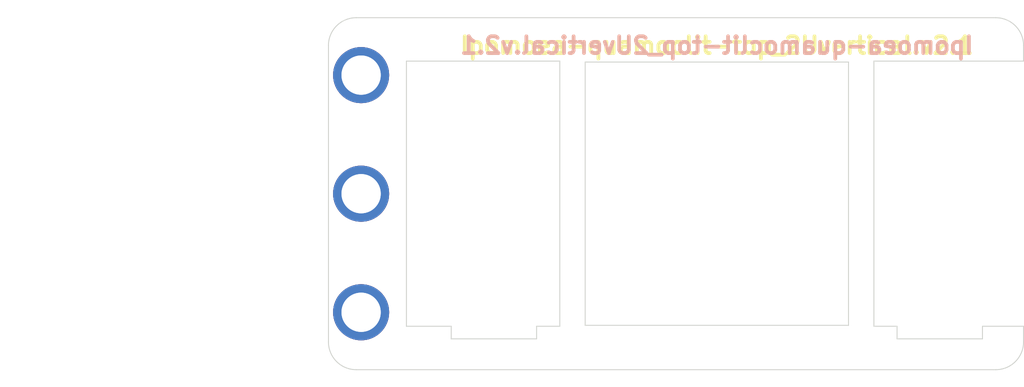
<source format=kicad_pcb>
(kicad_pcb (version 20171130) (host pcbnew "(5.1.6)-1")

  (general
    (thickness 1.6)
    (drawings 30)
    (tracks 0)
    (zones 0)
    (modules 6)
    (nets 1)
  )

  (page A4)
  (layers
    (0 F.Cu signal)
    (31 B.Cu signal)
    (32 B.Adhes user)
    (33 F.Adhes user)
    (34 B.Paste user)
    (35 F.Paste user)
    (36 B.SilkS user)
    (37 F.SilkS user)
    (38 B.Mask user)
    (39 F.Mask user)
    (40 Dwgs.User user)
    (41 Cmts.User user)
    (42 Eco1.User user)
    (43 Eco2.User user)
    (44 Edge.Cuts user)
    (45 Margin user)
    (46 B.CrtYd user)
    (47 F.CrtYd user)
    (48 B.Fab user)
    (49 F.Fab user)
  )

  (setup
    (last_trace_width 0.25)
    (trace_clearance 0.2)
    (zone_clearance 0.508)
    (zone_45_only no)
    (trace_min 0.2)
    (via_size 0.8)
    (via_drill 0.4)
    (via_min_size 0.4)
    (via_min_drill 0.3)
    (uvia_size 0.3)
    (uvia_drill 0.1)
    (uvias_allowed no)
    (uvia_min_size 0.2)
    (uvia_min_drill 0.1)
    (edge_width 0.05)
    (segment_width 0.2)
    (pcb_text_width 0.3)
    (pcb_text_size 1.5 1.5)
    (mod_edge_width 0.12)
    (mod_text_size 1 1)
    (mod_text_width 0.15)
    (pad_size 1.524 1.524)
    (pad_drill 0.762)
    (pad_to_mask_clearance 0.051)
    (solder_mask_min_width 0.25)
    (aux_axis_origin 0 0)
    (visible_elements 7FFFFFFF)
    (pcbplotparams
      (layerselection 0x010f0_ffffffff)
      (usegerberextensions true)
      (usegerberattributes false)
      (usegerberadvancedattributes false)
      (creategerberjobfile false)
      (excludeedgelayer true)
      (linewidth 0.100000)
      (plotframeref false)
      (viasonmask false)
      (mode 1)
      (useauxorigin false)
      (hpglpennumber 1)
      (hpglpenspeed 20)
      (hpglpendiameter 15.000000)
      (psnegative false)
      (psa4output false)
      (plotreference true)
      (plotvalue true)
      (plotinvisibletext false)
      (padsonsilk false)
      (subtractmaskfromsilk true)
      (outputformat 1)
      (mirror false)
      (drillshape 0)
      (scaleselection 1)
      (outputdirectory "../GERBER/v2.1/I-quamoclit-top_2U.v2.1"))
  )

  (net 0 "")

  (net_class Default "これはデフォルトのネット クラスです。"
    (clearance 0.2)
    (trace_width 0.25)
    (via_dia 0.8)
    (via_drill 0.4)
    (uvia_dia 0.3)
    (uvia_drill 0.1)
  )

  (module Ipomoea-library:Ipomoea-quamoclit_Base_SCREW_HOLE_2.1_TH_3.0 (layer F.Cu) (tedit 5F6CA9B0) (tstamp 5F674B12)
    (at -19.05 -6.35)
    (fp_text reference REF** (at 0 3.175) (layer Dwgs.User)
      (effects (font (size 1 1) (thickness 0.15)))
    )
    (fp_text value Ipomoea-quamoclit_Base_SCREW_HOLE_2.1_TH_3.0 (at 0 -3.175) (layer F.Fab)
      (effects (font (size 1 1) (thickness 0.15)))
    )
    (pad "" thru_hole circle (at 0 0) (size 3 3) (drill 2.1) (layers *.Cu *.Mask))
  )

  (module Ipomoea-library:Ipomoea-quamoclit_Base_SCREW_HOLE_2.1_TH_3.0 (layer F.Cu) (tedit 5F6CA9B0) (tstamp 5F674B0E)
    (at -19.05 0)
    (fp_text reference REF** (at 0 3.175) (layer Dwgs.User)
      (effects (font (size 1 1) (thickness 0.15)))
    )
    (fp_text value Ipomoea-quamoclit_Base_SCREW_HOLE_2.1_TH_3.0 (at 0 -3.175) (layer F.Fab)
      (effects (font (size 1 1) (thickness 0.15)))
    )
    (pad "" thru_hole circle (at 0 0) (size 3 3) (drill 2.1) (layers *.Cu *.Mask))
  )

  (module Ipomoea-library:Ipomoea-quamoclit_Base_SCREW_HOLE_2.1_TH_3.0 (layer F.Cu) (tedit 5F6CA9B0) (tstamp 5F674B08)
    (at -19.05 6.35)
    (fp_text reference REF** (at 0 3.175) (layer Dwgs.User)
      (effects (font (size 1 1) (thickness 0.15)))
    )
    (fp_text value Ipomoea-quamoclit_Base_SCREW_HOLE_2.1_TH_3.0 (at 0 -3.175) (layer F.Fab)
      (effects (font (size 1 1) (thickness 0.15)))
    )
    (pad "" thru_hole circle (at 0 0) (size 3 3) (drill 2.1) (layers *.Cu *.Mask))
  )

  (module Ipomoea-library:Ipomoea-quamoclit_Base_SCREW_HOLE_2.1_TH_3.0 (layer F.Cu) (tedit 5F6CA9B0) (tstamp 5EFCA976)
    (at -19.05 0 180)
    (fp_text reference REF** (at 0 3.175) (layer Dwgs.User)
      (effects (font (size 1 1) (thickness 0.15)))
    )
    (fp_text value Ipomoea-quamoclit_Base_SCREW_HOLE_2.1_TH_3.0 (at 0 -3.175) (layer F.Fab)
      (effects (font (size 1 1) (thickness 0.15)))
    )
    (pad "" thru_hole circle (at 0 0 180) (size 3 3) (drill 2.1) (layers *.Cu *.Mask))
  )

  (module Ipomoea-library:Ipomoea-quamoclit_Base_SCREW_HOLE_2.1_TH_3.0 (layer F.Cu) (tedit 5F6CA9B0) (tstamp 5EFCA963)
    (at -19.05 6.35)
    (fp_text reference REF** (at 0 3.175) (layer Dwgs.User)
      (effects (font (size 1 1) (thickness 0.15)))
    )
    (fp_text value Ipomoea-quamoclit_Base_SCREW_HOLE_2.1_TH_3.0 (at 0 -3.175) (layer F.Fab)
      (effects (font (size 1 1) (thickness 0.15)))
    )
    (pad "" thru_hole circle (at 0 0) (size 3 3) (drill 2.1) (layers *.Cu *.Mask))
  )

  (module Ipomoea-library:Ipomoea-quamoclit_Base_SCREW_HOLE_2.1_TH_3.0 (layer F.Cu) (tedit 5F6CA9B0) (tstamp 5EFCA95F)
    (at -19.05 -6.35)
    (fp_text reference REF** (at 0 3.175) (layer Dwgs.User)
      (effects (font (size 1 1) (thickness 0.15)))
    )
    (fp_text value Ipomoea-quamoclit_Base_SCREW_HOLE_2.1_TH_3.0 (at 0 -3.175) (layer F.Fab)
      (effects (font (size 1 1) (thickness 0.15)))
    )
    (pad "" thru_hole circle (at 0 0) (size 3 3) (drill 2.1) (layers *.Cu *.Mask))
  )

  (gr_arc (start -19.3125 -7.9375) (end -19.3125 -9.425) (angle -90) (layer Edge.Cuts) (width 0.05) (tstamp 5F674B0D))
  (gr_arc (start -19.3125 7.9375) (end -20.8 7.9375) (angle -90) (layer Edge.Cuts) (width 0.05) (tstamp 5F674B0C))
  (gr_line (start -20.8 -7.9375) (end -20.8 7.9375) (layer Edge.Cuts) (width 0.05) (tstamp 5F674B07))
  (gr_text Ipomoea-quamoclit-top_2Uvertical.v2.1 (at 0 -7.9375) (layer F.SilkS) (tstamp 5F018D91)
    (effects (font (size 0.9 0.9) (thickness 0.2)))
  )
  (gr_text Ipomoea-quamoclit-top_2Uvertical.v2.1 (at 0 -7.9375) (layer B.SilkS) (tstamp 5F018D90)
    (effects (font (size 0.9 0.9) (thickness 0.2)) (justify mirror))
  )
  (gr_line (start -8.4106 7.1) (end -9.652 7.1) (layer Edge.Cuts) (width 0.05) (tstamp 5EFC903E))
  (gr_line (start 8.4106 7.1) (end 9.652 7.1) (layer Edge.Cuts) (width 0.05) (tstamp 5EFC903B))
  (gr_line (start 8.4106 -7.1) (end 16.425 -7.1) (layer Edge.Cuts) (width 0.05) (tstamp 5EFC9037))
  (gr_line (start -7.05 -7.05) (end 7.05 -7.05) (layer Edge.Cuts) (width 0.05) (tstamp 5EFC9035))
  (gr_line (start -8.4106 -7.1) (end -8.4106 7.1) (layer Edge.Cuts) (width 0.05))
  (gr_line (start 8.4106 -7.1) (end 8.4106 7.1) (layer Edge.Cuts) (width 0.05))
  (gr_line (start 7.05 -7.05) (end 7.05 7.05) (layer Edge.Cuts) (width 0.05))
  (gr_line (start -7.05 -7.05) (end -7.05 7.05) (layer Edge.Cuts) (width 0.05))
  (gr_line (start -8.4106 -7.1) (end -16.625 -7.1) (layer Edge.Cuts) (width 0.05))
  (gr_line (start 14.224 7.1) (end 16.425 7.1) (layer Edge.Cuts) (width 0.05))
  (gr_line (start 14.224 7.7724) (end 14.224 7.1) (layer Edge.Cuts) (width 0.05))
  (gr_line (start 9.652 7.7724) (end 14.224 7.7724) (layer Edge.Cuts) (width 0.05))
  (gr_line (start 9.652 7.1) (end 9.652 7.7724) (layer Edge.Cuts) (width 0.05))
  (gr_line (start -7.05 7.05) (end 7.05 7.05) (layer Edge.Cuts) (width 0.05))
  (gr_line (start -9.652 7.7724) (end -9.652 7.1) (layer Edge.Cuts) (width 0.05))
  (gr_line (start -14.224 7.7724) (end -9.652 7.7724) (layer Edge.Cuts) (width 0.05))
  (gr_line (start -14.224 7.1) (end -14.224 7.7724) (layer Edge.Cuts) (width 0.05))
  (gr_line (start -16.625 7.1) (end -14.224 7.1) (layer Edge.Cuts) (width 0.05))
  (gr_line (start -16.625 -7.1) (end -16.625 7.1) (layer Edge.Cuts) (width 0.05))
  (gr_arc (start 14.9375 -7.9375) (end 16.425 -7.9375) (angle -90) (layer Edge.Cuts) (width 0.05) (tstamp 5EF8AF94))
  (gr_arc (start 14.9375 7.9375) (end 14.9375 9.425) (angle -90) (layer Edge.Cuts) (width 0.05) (tstamp 5EF8AF93))
  (gr_line (start 16.425 -7.9375) (end 16.425 -7.1) (layer Edge.Cuts) (width 0.05) (tstamp 5EF8AF91))
  (gr_line (start -19.3125 9.425) (end 14.9375 9.425) (layer Edge.Cuts) (width 0.05) (tstamp 5EF8AF90))
  (gr_line (start -19.3125 -9.425) (end 14.9375 -9.425) (layer Edge.Cuts) (width 0.05) (tstamp 5EF8AF8E))
  (gr_line (start 16.425 7.1) (end 16.425 7.9375) (layer Edge.Cuts) (width 0.05) (tstamp 5EF8AF8D))

)

</source>
